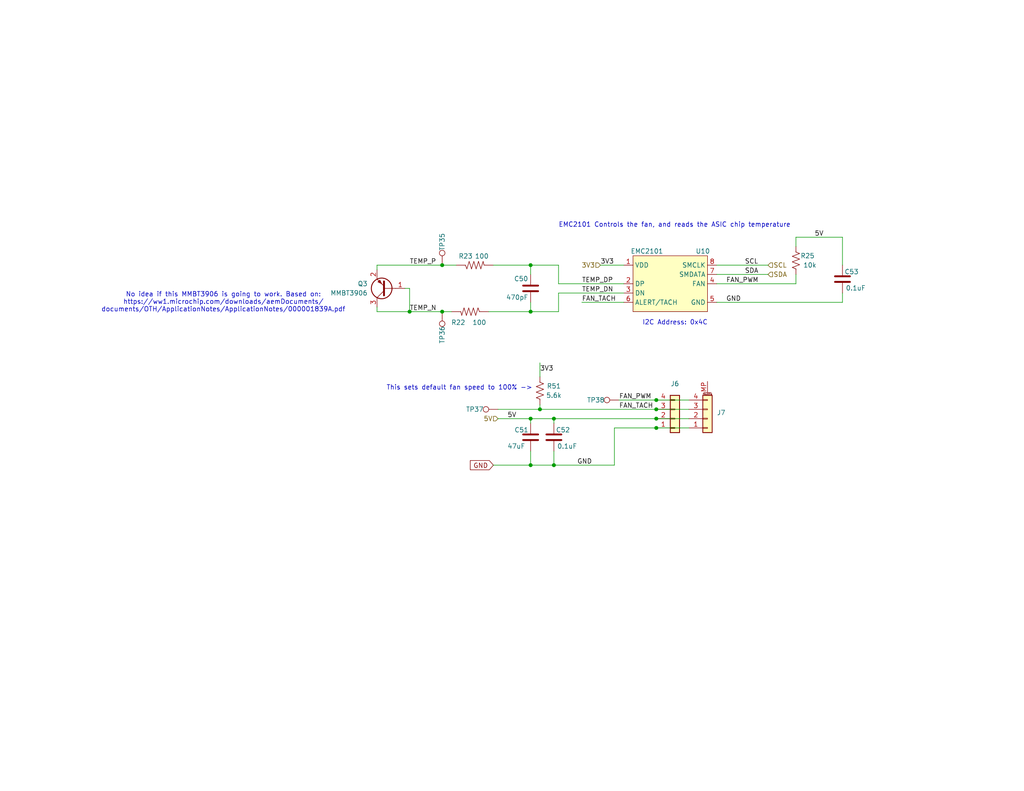
<source format=kicad_sch>
(kicad_sch (version 20250114) (generator "eeschema") (generator_version "9.0")
  (paper "A")
  (title_block (title "bitaxeGamma") (date "2024-09-26") (rev "601"))
  (lib_symbols
    (symbol "Connector:TestPoint" (pin_numbers (hide yes)) (pin_names (offset 0.762) (hide yes))
      (property "Reference" "TP" (at 0 6.858 0))
      (property "Value" "TestPoint" (at 0 5.08 0))
      (symbol "TestPoint_0_1"
        (circle (center 0 3.302) (radius 0.762))
      )
      (symbol "TestPoint_1_1"
        (pin passive line (at 0 0 90) (length 2.54) (name "1") (number "1"))
      )
    )
    (symbol "Connector_Generic:Conn_01x04" (pin_names (offset 1.016) (hide yes))
      (property "Reference" "J" (at 0 5.08 0))
      (property "Value" "Conn_01x04" (at 0 -7.62 0))
      (symbol "Conn_01x04_1_1"
        (rectangle (start -1.27 3.81) (end 1.27 -6.35) (stroke (width 0.254)) (fill (type background)))
        (rectangle (start -1.27 2.667) (end 0 2.413) (stroke (width 0.1524)))
        (rectangle (start -1.27 0.127) (end 0 -0.127) (stroke (width 0.1524)))
        (rectangle (start -1.27 -2.413) (end 0 -2.667) (stroke (width 0.1524)))
        (rectangle (start -1.27 -4.953) (end 0 -5.207) (stroke (width 0.1524)))
        (pin passive line (at -5.08 2.54 0) (length 3.81) (name "Pin_1") (number "1"))
        (pin passive line (at -5.08 0 0) (length 3.81) (name "Pin_2") (number "2"))
        (pin passive line (at -5.08 -2.54 0) (length 3.81) (name "Pin_3") (number "3"))
        (pin passive line (at -5.08 -5.08 0) (length 3.81) (name "Pin_4") (number "4"))
      )
    )
    (symbol "Connector_Generic_MountingPin:Conn_01x04_MountingPin" (pin_names (offset 1.016) (hide yes))
      (property "Reference" "J" (at 0 5.08 0))
      (property "Value" "Conn_01x04_MountingPin" (at 1.27 -7.62 0))
      (symbol "Conn_01x04_MountingPin_1_1"
        (rectangle (start -1.27 3.81) (end 1.27 -6.35) (stroke (width 0.254)) (fill (type background)))
        (rectangle (start -1.27 2.667) (end 0 2.413) (stroke (width 0.1524)))
        (rectangle (start -1.27 0.127) (end 0 -0.127) (stroke (width 0.1524)))
        (rectangle (start -1.27 -2.413) (end 0 -2.667) (stroke (width 0.1524)))
        (rectangle (start -1.27 -4.953) (end 0 -5.207) (stroke (width 0.1524)))
        (polyline (pts (xy -1.016 -7.112) (xy 1.016 -7.112)) (stroke (width 0.1524)))
        (text "Mounting" (at 0 -6.731 0) (effects (font (size 0.381 0.381))))
        (pin passive line (at -5.08 2.54 0) (length 3.81) (name "Pin_1") (number "1"))
        (pin passive line (at -5.08 0 0) (length 3.81) (name "Pin_2") (number "2"))
        (pin passive line (at -5.08 -2.54 0) (length 3.81) (name "Pin_3") (number "3"))
        (pin passive line (at -5.08 -5.08 0) (length 3.81) (name "Pin_4") (number "4"))
        (pin passive line (at 0 -10.16 90) (length 3.048) (name "MountPin") (number "MP"))
      )
    )
    (symbol "DayMiner-eagle-import:RESISTOR0402-RES"
      (property "Reference" "R" (at -3.81 1.4986 0))
      (property "Value" "RESISTOR0402-RES" (at -3.81 -3.302 0))
      (symbol "RESISTOR0402-RES_1_0"
        (polyline (pts (xy -2.54 0) (xy -2.159 1.016)) (stroke (width 0.1524)))
        (polyline (pts (xy -2.159 1.016) (xy -1.524 -1.016)) (stroke (width 0.1524)))
        (polyline (pts (xy -1.524 -1.016) (xy -0.889 1.016)) (stroke (width 0.1524)))
        (polyline (pts (xy -0.889 1.016) (xy -0.254 -1.016)) (stroke (width 0.1524)))
        (polyline (pts (xy -0.254 -1.016) (xy 0.381 1.016)) (stroke (width 0.1524)))
        (polyline (pts (xy 0.381 1.016) (xy 1.016 -1.016)) (stroke (width 0.1524)))
        (polyline (pts (xy 1.016 -1.016) (xy 1.651 1.016)) (stroke (width 0.1524)))
        (polyline (pts (xy 1.651 1.016) (xy 2.286 -1.016)) (stroke (width 0.1524)))
        (polyline (pts (xy 2.286 -1.016) (xy 2.54 0)) (stroke (width 0.1524)))
        (pin passive line (at -5.08 0 0) (length 2.54) (name "1") (number "1"))
        (pin passive line (at 5.08 0 180) (length 2.54) (name "2") (number "2"))
      )
    )
    (symbol "Device:C" (pin_numbers (hide yes)) (pin_names (offset 0.254))
      (property "Reference" "C" (at 0.635 2.54 0))
      (property "Value" "C" (at 0.635 -2.54 0))
      (symbol "C_0_1"
        (polyline (pts (xy -2.032 0.762) (xy 2.032 0.762)) (stroke (width 0.508)))
        (polyline (pts (xy -2.032 -0.762) (xy 2.032 -0.762)) (stroke (width 0.508)))
      )
      (symbol "C_1_1"
        (pin passive line (at 0 3.81 270) (length 2.794) (name "~") (number "1"))
        (pin passive line (at 0 -3.81 90) (length 2.794) (name "~") (number "2"))
      )
    )
    (symbol "Device:R_US" (pin_numbers (hide yes)) (pin_names (offset 0))
      (property "Reference" "R" (at 2.54 0 90))
      (property "Value" "R_US" (at -2.54 0 90))
      (symbol "R_US_0_1"
        (polyline (pts (xy 0 2.286) (xy 0 2.54)))
        (polyline (pts (xy 0 2.286) (xy 1.016 1.905) (xy 0 1.524) (xy -1.016 1.143) (xy 0 0.762)))
        (polyline (pts (xy 0 0.762) (xy 1.016 0.381) (xy 0 0) (xy -1.016 -0.381) (xy 0 -0.762)))
        (polyline (pts (xy 0 -0.762) (xy 1.016 -1.143) (xy 0 -1.524) (xy -1.016 -1.905) (xy 0 -2.286)))
        (polyline (pts (xy 0 -2.286) (xy 0 -2.54)))
      )
      (symbol "R_US_1_1"
        (pin passive line (at 0 3.81 270) (length 1.27) (name "~") (number "1"))
        (pin passive line (at 0 -3.81 90) (length 1.27) (name "~") (number "2"))
      )
    )
    (symbol "Transistor_BJT:MMBT3906" (pin_names (offset 0) (hide yes))
      (property "Reference" "Q" (at 5.08 1.905 0))
      (property "Value" "MMBT3906" (at 5.08 0 0))
      (symbol "MMBT3906_0_1"
        (polyline (pts (xy -2.54 0) (xy 0.635 0)))
        (polyline (pts (xy 0.635 1.905) (xy 0.635 -1.905)) (stroke (width 0.508)))
        (polyline (pts (xy 0.635 0.635) (xy 2.54 2.54)))
        (polyline (pts (xy 0.635 -0.635) (xy 2.54 -2.54)))
        (circle (center 1.27 0) (radius 2.8194) (stroke (width 0.254)))
        (polyline (pts (xy 2.286 -1.778) (xy 1.778 -2.286) (xy 1.27 -1.27) (xy 2.286 -1.778)) (fill (type outline)))
      )
      (symbol "MMBT3906_1_1"
        (pin input line (at -5.08 0 0) (length 2.54) (name "B") (number "1"))
        (pin passive line (at 2.54 5.08 270) (length 2.54) (name "C") (number "3"))
        (pin passive line (at 2.54 -5.08 90) (length 2.54) (name "E") (number "2"))
      )
    )
    (symbol "bitaxe:EMC2101"
      (property "Reference" "U7" (at 8.89 8.89 0))
      (property "Value" "EMC2101" (at -6.35 8.89 0))
      (symbol "EMC2101_0_1"
        (rectangle (start -10.16 7.62) (end 10.16 -7.62) (stroke (width 0.1524)) (fill (type background)))
      )
      (symbol "EMC2101_1_1"
        (pin power_in line (at -12.7 5.08 0) (length 2.54) (name "VDD") (number "1"))
        (pin input line (at -12.7 0 0) (length 2.54) (name "DP") (number "2"))
        (pin input line (at -12.7 -2.54 0) (length 2.54) (name "DN") (number "3"))
        (pin input line (at -12.7 -5.08 0) (length 2.54) (name "ALERT/TACH") (number "6"))
        (pin input line (at 12.7 5.08 180) (length 2.54) (name "SMCLK") (number "8"))
        (pin input line (at 12.7 2.54 180) (length 2.54) (name "SMDATA") (number "7"))
        (pin output line (at 12.7 0 180) (length 2.54) (name "FAN") (number "4"))
        (pin power_in line (at 12.7 -5.08 180) (length 2.54) (name "GND") (number "5"))
      )
    )
  )
  (text "EMC2101 Controls the fan, and reads the ASIC chip temperature" (at 152.4 62.23 0) (effects (font (size 1.27 1.27)) (justify left bottom)))
  (text "This sets default fan speed to 100% ->" (at 105.41 106.68 0) (effects (font (size 1.27 1.27)) (justify left bottom)))
  (text "No idea if this MMBT3906 is going to work. Based on:\nhttps://ww1.microchip.com/downloads/aemDocuments/\ndocuments/OTH/ApplicationNotes/ApplicationNotes/000001839A.pdf" (at 60.96 82.55 0) (effects (font (size 1.27 1.27))))
  (text "I2C Address: 0x4C" (at 175.26 88.9 0) (effects (font (size 1.27 1.27)) (justify left bottom)))
  (junction (at 120.65 72.39))
  (junction (at 179.07 114.3))
  (junction (at 120.65 85.09))
  (junction (at 151.13 114.3))
  (junction (at 179.07 111.76))
  (junction (at 144.78 85.09))
  (junction (at 111.76 85.09))
  (junction (at 147.32 111.76))
  (junction (at 179.07 109.22))
  (junction (at 144.78 114.3))
  (junction (at 179.07 116.84))
  (junction (at 144.78 72.39))
  (junction (at 144.78 127))
  (junction (at 151.13 127))
  (wire (pts (xy 195.58 72.39) (xy 209.55 72.39)))
  (wire (pts (xy 144.78 123.19) (xy 144.78 127)))
  (wire (pts (xy 170.18 77.47) (xy 152.4 77.47)))
  (wire (pts (xy 179.07 111.76) (xy 187.96 111.76)))
  (wire (pts (xy 151.13 127) (xy 167.64 127)))
  (wire (pts (xy 135.89 111.76) (xy 147.32 111.76)))
  (wire (pts (xy 102.87 72.39) (xy 102.87 73.66)))
  (wire (pts (xy 144.78 127) (xy 151.13 127)))
  (wire (pts (xy 110.49 78.74) (xy 111.76 78.74)))
  (wire (pts (xy 179.07 116.84) (xy 187.96 116.84)))
  (wire (pts (xy 111.76 78.74) (xy 111.76 85.09)))
  (wire (pts (xy 217.17 64.77) (xy 229.87 64.77)))
  (wire (pts (xy 167.64 116.84) (xy 167.64 127)))
  (wire (pts (xy 168.91 109.22) (xy 179.07 109.22)))
  (wire (pts (xy 158.75 82.55) (xy 170.18 82.55)))
  (wire (pts (xy 147.32 111.76) (xy 179.07 111.76)))
  (wire (pts (xy 195.58 74.93) (xy 209.55 74.93)))
  (wire (pts (xy 102.87 83.82) (xy 102.87 85.09)))
  (wire (pts (xy 144.78 114.3) (xy 151.13 114.3)))
  (wire (pts (xy 152.4 80.01) (xy 152.4 85.09)))
  (wire (pts (xy 163.83 72.39) (xy 170.18 72.39)))
  (wire (pts (xy 229.87 80.01) (xy 229.87 82.55)))
  (wire (pts (xy 120.65 72.39) (xy 124.46 72.39)))
  (wire (pts (xy 102.87 72.39) (xy 120.65 72.39)))
  (wire (pts (xy 229.87 64.77) (xy 229.87 72.39)))
  (wire (pts (xy 217.17 64.77) (xy 217.17 67.31)))
  (wire (pts (xy 151.13 114.3) (xy 179.07 114.3)))
  (wire (pts (xy 152.4 72.39) (xy 144.78 72.39)))
  (wire (pts (xy 151.13 114.3) (xy 151.13 115.57)))
  (wire (pts (xy 152.4 85.09) (xy 144.78 85.09)))
  (wire (pts (xy 217.17 77.47) (xy 217.17 74.93)))
  (wire (pts (xy 167.64 116.84) (xy 179.07 116.84)))
  (wire (pts (xy 133.35 85.09) (xy 144.78 85.09)))
  (wire (pts (xy 179.07 114.3) (xy 187.96 114.3)))
  (wire (pts (xy 195.58 82.55) (xy 229.87 82.55)))
  (wire (pts (xy 120.65 85.09) (xy 123.19 85.09)))
  (wire (pts (xy 147.32 110.49) (xy 147.32 111.76)))
  (wire (pts (xy 170.18 80.01) (xy 152.4 80.01)))
  (wire (pts (xy 144.78 72.39) (xy 144.78 74.93)))
  (wire (pts (xy 195.58 77.47) (xy 217.17 77.47)))
  (wire (pts (xy 135.89 114.3) (xy 144.78 114.3)))
  (wire (pts (xy 134.62 127) (xy 144.78 127)))
  (wire (pts (xy 179.07 109.22) (xy 187.96 109.22)))
  (wire (pts (xy 144.78 114.3) (xy 144.78 115.57)))
  (wire (pts (xy 152.4 77.47) (xy 152.4 72.39)))
  (wire (pts (xy 144.78 82.55) (xy 144.78 85.09)))
  (wire (pts (xy 111.76 85.09) (xy 120.65 85.09)))
  (wire (pts (xy 102.87 85.09) (xy 111.76 85.09)))
  (wire (pts (xy 147.32 99.06) (xy 147.32 102.87)))
  (wire (pts (xy 144.78 72.39) (xy 134.62 72.39)))
  (wire (pts (xy 151.13 123.19) (xy 151.13 127)))
  (label "5V" (at 222.25 64.77 0))
  (label "FAN_PWM" (at 198.12 77.47 0))
  (label "TEMP_DN" (at 158.75 80.01 0))
  (label "GND" (at 198.12 82.55 0))
  (label "TEMP_P" (at 111.76 72.39 0))
  (label "SCL" (at 203.2 72.39 0))
  (label "3V3" (at 147.32 101.6 0))
  (label "FAN_TACH" (at 158.75 82.55 0))
  (label "GND" (at 157.48 127 0))
  (label "FAN_PWM" (at 168.91 109.22 0))
  (label "3V3" (at 163.83 72.39 0))
  (label "5V" (at 138.43 114.3 0))
  (label "SDA" (at 203.2 74.93 0))
  (label "TEMP_DP" (at 158.75 77.47 0))
  (label "TEMP_N" (at 111.76 85.09 0))
  (label "FAN_TACH" (at 168.91 111.76 0))
  (global_label "GND" (shape input) (at 134.62 127 180) (property "Intersheetrefs" "${INTERSHEET_REFS}" (effects (hide yes))))
  (hierarchical_label "5V" (shape input) (at 135.89 114.3 180))
  (hierarchical_label "SCL" (shape input) (at 209.55 72.39 0))
  (hierarchical_label "3V3" (shape input) (at 163.83 72.39 180))
  (hierarchical_label "SDA" (shape input) (at 209.55 74.93 0))
  (symbol (lib_id "Connector:TestPoint") (at 168.91 109.22 90) (mirror x) (unit 1) (in_bom no)
    (property "Reference" "TP38" (at 162.56 109.22 90))
    (property "Value" "TestPoint" (effects (hide yes)))
    (property "Footprint" "TestPoint:TestPoint_Pad_D1.5mm" (effects (hide yes)))
    (property "Description" "test point" (effects (hide yes)))
  )
  (symbol (lib_id "Device:R_US") (at 147.32 106.68 180) (unit 1)
    (property "Reference" "R51" (at 151.13 105.41 0))
    (property "Value" "5.6k" (at 151.13 107.95 0))
    (property "Footprint" "Resistor_SMD:R_0402_1005Metric" (effects (hide yes)))
    (property "Description" "Resistor, US symbol" (effects (hide yes)))
    (property "DK" "13-RC0402FR-135K6LCT-ND" (effects (hide yes)))
    (property "PARTNO" "RC0402FR-135K6L" (effects (hide yes)))
  )
  (symbol (lib_id "Device:C") (at 229.87 76.2 0) (mirror y) (unit 1)
    (property "Reference" "C53" (at 234.315 74.93 0) (effects (justify left bottom)))
    (property "Value" "0.1uF" (at 236.22 79.375 0) (effects (justify left bottom)))
    (property "Footprint" "Capacitor_SMD:C_0402_1005Metric" (effects (hide yes)))
    (property "Description" "Unpolarized capacitor" (effects (hide yes)))
    (property "DK" "1276-1234-1-ND" (effects (hide yes)))
    (property "PARTNO" "CL05A104KO5NNNC" (effects (hide yes)))
  )
  (symbol (lib_id "Device:C") (at 151.13 119.38 0) (mirror y) (unit 1)
    (property "Reference" "C52" (at 155.575 118.11 0) (effects (justify left bottom)))
    (property "Value" "0.1uF" (at 157.48 122.555 0) (effects (justify left bottom)))
    (property "Footprint" "Capacitor_SMD:C_0402_1005Metric" (effects (hide yes)))
    (property "Description" "Unpolarized capacitor" (effects (hide yes)))
    (property "DK" "1276-1234-1-ND" (effects (hide yes)))
    (property "PARTNO" "CL05A104KO5NNNC" (effects (hide yes)))
  )
  (symbol (lib_id "DayMiner-eagle-import:RESISTOR0402-RES") (at 128.27 85.09 0) (mirror y) (unit 1)
    (property "Reference" "R22" (at 127 88.77 0) (effects (justify left bottom)))
    (property "Value" "100" (at 132.715 88.77 0) (effects (justify left bottom)))
    (property "Footprint" "Resistor_SMD:R_0402_1005Metric" (effects (hide yes)))
    (property "DK" "311-100LRCT-ND" (effects (hide yes)))
    (property "PARTNO" "RC0402FR-07100RL" (effects (hide yes)))
  )
  (symbol (lib_id "Device:C") (at 144.78 78.74 0) (mirror y) (unit 1)
    (property "Reference" "C50" (at 144.145 76.835 0) (effects (justify left bottom)))
    (property "Value" "470pF" (at 144.145 81.915 0) (effects (justify left bottom)))
    (property "Footprint" "Capacitor_SMD:C_0402_1005Metric" (effects (hide yes)))
    (property "Description" "Unpolarized capacitor" (effects (hide yes)))
    (property "DK" "1276-1566-1-ND" (effects (hide yes)))
    (property "PARTNO" "CL05B471KB5NNNC" (effects (hide yes)))
  )
  (symbol (lib_id "Device:C") (at 144.78 119.38 0) (unit 1)
    (property "Reference" "C51" (at 140.335 118.11 0) (effects (justify left bottom)))
    (property "Value" "47uF" (at 138.43 122.555 0) (effects (justify left bottom)))
    (property "Footprint" "Capacitor_SMD:C_1210_3225Metric" (effects (hide yes)))
    (property "Description" "Unpolarized capacitor" (effects (hide yes)))
    (property "DK" "1276-3376-1-ND" (effects (hide yes)))
    (property "PARTNO" "CL32A476KOJNNNE" (effects (hide yes)))
  )
  (symbol (lib_id "Connector_Generic_MountingPin:Conn_01x04_MountingPin") (at 193.04 114.3 0) (mirror x) (unit 1)
    (property "Reference" "J7" (at 195.58 112.6743 0) (effects (justify left)))
    (property "Value" "Conn_01x04" (effects (hide yes)))
    (property "Footprint" "Connector_JST:JST_SH_BM04B-SRSS-TB_1x04-1MP_P1.00mm_Vertical" (effects (hide yes)))
    (property "Description" "Generic connectable mounting pin connector, single row, 01x04, script generated (kicad-library-utils/schlib/autogen/connector/)" (effects (hide yes)))
  )
  (symbol (lib_id "Connector:TestPoint") (at 120.65 72.39 0) (unit 1) (in_bom no)
    (property "Reference" "TP35" (at 120.65 66.04 90))
    (property "Value" "TestPoint" (effects (hide yes)))
    (property "Footprint" "TestPoint:TestPoint_Pad_D1.5mm" (effects (hide yes)))
    (property "Description" "test point" (effects (hide yes)))
  )
  (symbol (lib_id "Transistor_BJT:MMBT3906") (at 105.41 78.74 180) (unit 1)
    (property "Reference" "Q3" (at 100.33 77.4699 0) (effects (justify left)))
    (property "Value" "MMBT3906" (at 100.33 80.0099 0) (effects (justify left)))
    (property "Footprint" "Package_TO_SOT_SMD:SOT-23" (effects (hide yes)))
    (property "Datasheet" "https://www.onsemi.com/pdf/datasheet/pzt3906-d.pdf" (effects (hide yes)))
    (property "Description" "-0.2A Ic, -40V Vce, Small Signal PNP Transistor, SOT-23" (effects (hide yes)))
  )
  (symbol (lib_id "Connector_Generic:Conn_01x04") (at 184.15 114.3 0) (mirror x) (unit 1)
    (property "Reference" "J6" (at 184.15 104.775 0))
    (property "Value" "Conn_01x04" (effects (hide yes)))
    (property "Footprint" "bitaxe:470531000" (effects (hide yes)))
    (property "Description" "Generic connector, single row, 01x04, script generated (kicad-library-utils/schlib/autogen/connector/)" (effects (hide yes)))
    (property "PARTNO" "0470531000" (effects (hide yes)))
    (property "DK" "WM4330-ND" (effects (hide yes)))
  )
  (symbol (lib_id "Connector:TestPoint") (at 120.65 85.09 180) (unit 1) (in_bom no)
    (property "Reference" "TP36" (at 120.65 91.44 90))
    (property "Value" "TestPoint" (effects (hide yes)))
    (property "Footprint" "TestPoint:TestPoint_Pad_D1.5mm" (effects (hide yes)))
    (property "Description" "test point" (effects (hide yes)))
  )
  (symbol (lib_id "DayMiner-eagle-import:RESISTOR0402-RES") (at 129.54 72.39 0) (mirror x) (unit 1)
    (property "Reference" "R23" (at 125.095 69.215 0) (effects (justify left bottom)))
    (property "Value" "100" (at 129.54 69.215 0) (effects (justify left bottom)))
    (property "Footprint" "Resistor_SMD:R_0402_1005Metric" (effects (hide yes)))
    (property "DK" "311-100LRCT-ND" (effects (hide yes)))
    (property "PARTNO" "RC0402FR-07100RL" (effects (hide yes)))
  )
  (symbol (lib_id "Connector:TestPoint") (at 135.89 111.76 90) (mirror x) (unit 1) (in_bom no)
    (property "Reference" "TP37" (at 129.54 111.76 90))
    (property "Value" "TestPoint" (effects (hide yes)))
    (property "Footprint" "TestPoint:TestPoint_Pad_D1.5mm" (effects (hide yes)))
    (property "Description" "test point" (effects (hide yes)))
  )
  (symbol (lib_id "Device:R_US") (at 217.17 71.12 180) (unit 1)
    (property "Reference" "R25" (at 220.345 69.85 0))
    (property "Value" "10k" (at 220.98 72.39 0))
    (property "Footprint" "Resistor_SMD:R_0402_1005Metric" (effects (hide yes)))
    (property "Description" "Resistor, US symbol" (effects (hide yes)))
    (property "DK" "311-10KJRCT-ND" (effects (hide yes)))
    (property "PARTNO" "RC0402JR-0710KL" (effects (hide yes)))
  )
  (symbol (lib_id "bitaxe:EMC2101") (at 182.88 77.47 0) (unit 1)
    (property "Reference" "U10" (at 191.77 68.58 0))
    (property "Value" "EMC2101" (at 176.53 68.58 0))
    (property "Footprint" "Package_SO:TSSOP-8_3x3mm_P0.65mm" (effects (hide yes)))
    (property "Datasheet" "https://ww1.microchip.com/downloads/en/DeviceDoc/2101.pdf" (effects (hide yes)))
    (property "DK" "EMC2101-R-ACZL-CT-ND" (effects (hide yes)))
    (property "PARTNO" "EMC2101-R-ACZL-TR" (effects (hide yes)))
  )
)
</source>
